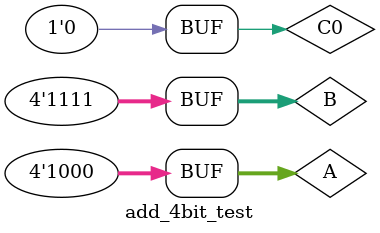
<source format=v>
`timescale 1ns / 1ps


module add_4bit_test;

	// Inputs
	reg [3:0] A;
	reg [3:0] B;
	reg C0;

	// Outputs
	wire [3:0] SUM;
	wire Overflow;

	// Instantiate the Unit Under Test (UUT)
	adder_4bit uut (
		.A(A), 
		.B(B), 
		.C0(C0), 
		.SUM(SUM), 
		.Overflow(Overflow)
	);

	initial begin
		// Initialize Inputs
		A = 0;
		B = 0;
		C0 = 0;

		// Wait 100 ns for global reset to finish
		#10 A=4'b1000;
      #10 B=4'b0001;
		#10 B=B+1;
		#10 B=B+1;
		#10 B=B+1;
		#10 B=B+1;
		#10 B=4'b1111;
		// Add stimulus here

	end
      
endmodule


</source>
